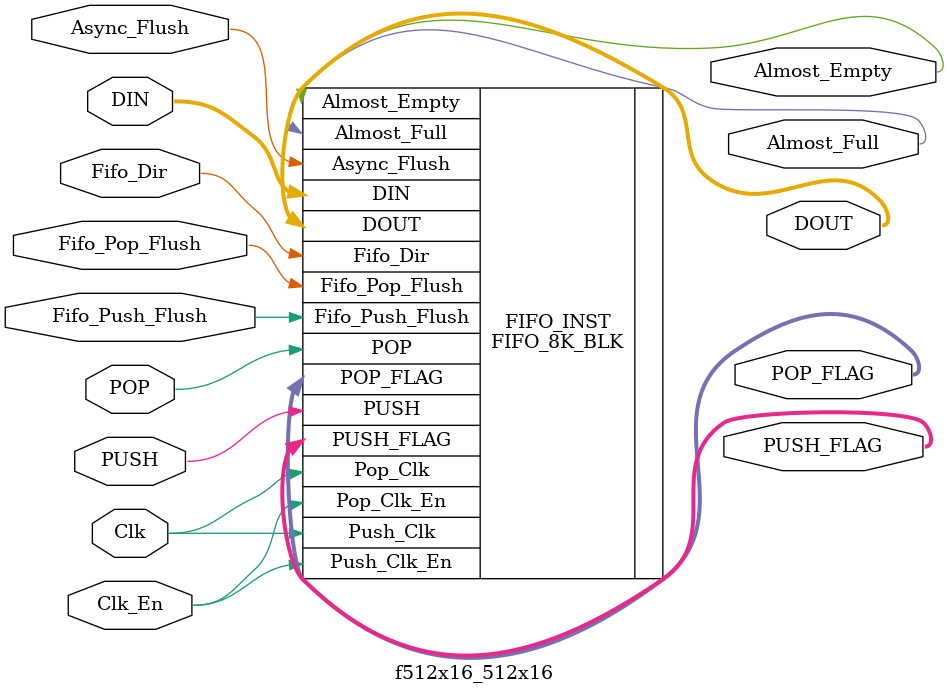
<source format=v>
module f512x16_512x16 (DIN,Fifo_Push_Flush,Fifo_Pop_Flush,PUSH,POP,Clk,Clk_En,Fifo_Dir,Async_Flush,Almost_Full,Almost_Empty,PUSH_FLAG,POP_FLAG,DOUT);

input Fifo_Push_Flush,Fifo_Pop_Flush;
input Clk;
input PUSH,POP;
input [15:0] DIN;
input Clk_En,Fifo_Dir,Async_Flush;
output [15:0] DOUT;
output [3:0] PUSH_FLAG,POP_FLAG;
output Almost_Full,Almost_Empty;

parameter data_depth_int = 512;
parameter data_width_int = 16;
parameter reg_rd_int = 0;
parameter sync_fifo_int = 1;

FIFO_8K_BLK  # (.data_depth_int(data_depth_int),.data_width_int(data_width_int),.reg_rd_int(reg_rd_int),.sync_fifo_int(sync_fifo_int)
                 ) 
  FIFO_INST    (
                .DIN(DIN),
                .PUSH(PUSH),
                .POP(POP),
                .Fifo_Push_Flush(Fifo_Push_Flush),
                .Fifo_Pop_Flush(Fifo_Pop_Flush),
                .Push_Clk(Clk),
                .Pop_Clk(Clk),
                .PUSH_FLAG(PUSH_FLAG),
                .POP_FLAG(POP_FLAG),
                .Push_Clk_En(Clk_En),
                .Pop_Clk_En(Clk_En),
                .Fifo_Dir(Fifo_Dir),
                .Async_Flush(Async_Flush),
                .Almost_Full(Almost_Full),
                .Almost_Empty(Almost_Empty),
                .DOUT(DOUT)	
        				);
				
endmodule

</source>
